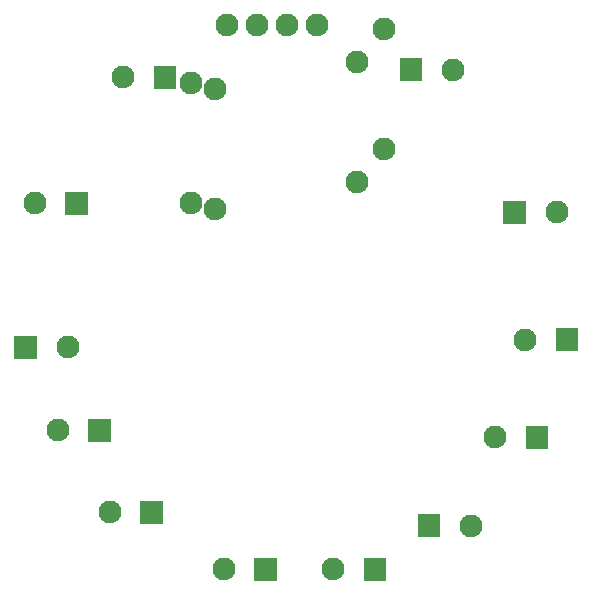
<source format=gbr>
G04 start of page 7 for group -4062 idx -4062 *
G04 Title: (unknown), soldermask *
G04 Creator: pcb 20110918 *
G04 CreationDate: Tue Jul 31 21:11:32 2012 UTC *
G04 For: frankenteddy *
G04 Format: Gerber/RS-274X *
G04 PCB-Dimensions: 212500 212500 *
G04 PCB-Coordinate-Origin: lower left *
%MOIN*%
%FSLAX25Y25*%
%LNBOTTOMMASK*%
%ADD29C,0.0760*%
%ADD28C,0.0001*%
G54D28*G36*
X146700Y35800D02*Y28200D01*
X154300D01*
Y35800D01*
X146700D01*
G37*
G54D29*X164500Y32000D03*
G54D28*G36*
X192700Y97800D02*Y90200D01*
X200300D01*
Y97800D01*
X192700D01*
G37*
G54D29*X182500Y94000D03*
G54D28*G36*
X182700Y65300D02*Y57700D01*
X190300D01*
Y65300D01*
X182700D01*
G37*
G54D29*X172500Y61500D03*
G54D28*G36*
X36988Y67612D02*Y60012D01*
X44588D01*
Y67612D01*
X36988D01*
G37*
G54D29*X26788Y63812D03*
G54D28*G36*
X12200Y95300D02*Y87700D01*
X19800D01*
Y95300D01*
X12200D01*
G37*
G54D29*X30000Y91500D03*
G54D28*G36*
X54200Y40300D02*Y32700D01*
X61800D01*
Y40300D01*
X54200D01*
G37*
G36*
X92200Y21300D02*Y13700D01*
X99800D01*
Y21300D01*
X92200D01*
G37*
G54D29*X82000Y17500D03*
G54D28*G36*
X128700Y21300D02*Y13700D01*
X136300D01*
Y21300D01*
X128700D01*
G37*
G54D29*X118500Y17500D03*
X44000Y36500D03*
X135500Y197500D03*
X126500Y186500D03*
X79000Y177500D03*
X113000Y199000D03*
X103000D03*
X79000Y137500D03*
G54D28*G36*
X175200Y140300D02*Y132700D01*
X182800D01*
Y140300D01*
X175200D01*
G37*
G54D29*X193000Y136500D03*
X71000Y179500D03*
G54D28*G36*
X58700Y185300D02*Y177700D01*
X66300D01*
Y185300D01*
X58700D01*
G37*
G54D29*X48500Y181500D03*
X71000Y139500D03*
G54D28*G36*
X29200Y143300D02*Y135700D01*
X36800D01*
Y143300D01*
X29200D01*
G37*
G54D29*X19000Y139500D03*
X135500Y157500D03*
X126500Y146500D03*
G54D28*G36*
X140700Y187800D02*Y180200D01*
X148300D01*
Y187800D01*
X140700D01*
G37*
G54D29*X158500Y184000D03*
X93000Y199000D03*
X83000D03*
M02*

</source>
